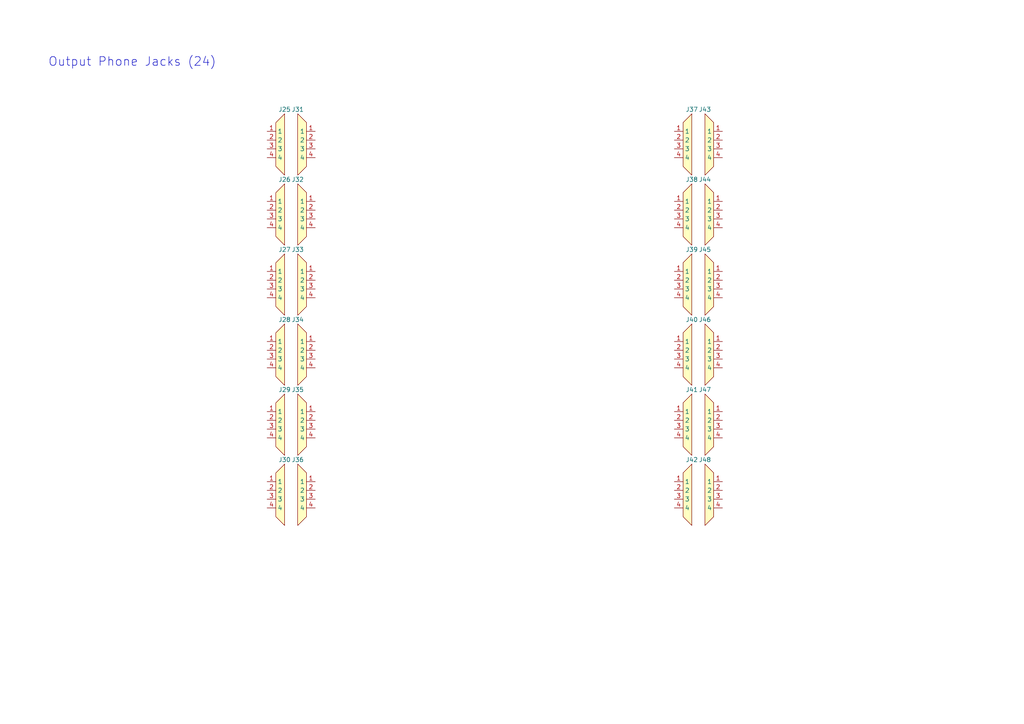
<source format=kicad_sch>
(kicad_sch (version 20250114) (generator "eeschema") (generator_version "9.0")
  (paper "A4")
  (title_block (title "Telethon PBX Sniffer") (date "2026-02-03") (rev "v0.1") (company "M5") (comment 4 "Tobe Cynar, Ian Butler") (comment 5 "Ian Butler"))
  (lib_symbols
    (symbol "Phones:Jack 6P4C RJ11"
      (property "Reference" "J" (at 2.54 0 0))
      (symbol "Jack 6P4C RJ11_1_1"
        (polyline (pts (xy 0 0) (xy 2.54 -2.54) (xy 2.54 -5.08) (xy 2.54 -7.62) (xy 2.54 -10.16) (xy 2.54 -15.24) (xy 0 -17.78) (xy 0 0)) (fill (type color) (color 255 255 194 1)))
        (pin passive line (at 5.08 -5.08 180) (length 2.54) (name "1") (number "1"))
        (pin passive line (at 5.08 -7.62 180) (length 2.54) (name "2") (number "2"))
        (pin passive line (at 5.08 -10.16 180) (length 2.54) (name "3") (number "3"))
        (pin passive line (at 5.08 -12.7 180) (length 2.54) (name "4") (number "4"))
      )
    )
  )
  (text "Output Phone Jacks (24)" (at 38.354 18.034 0) (effects (font (size 2.54 2.54))))
  (symbol (lib_id "Phones:Jack 6P4C RJ11") (at 82.55 114.3 0) (mirror y) (unit 1)
    (property "Reference" "J29" (at 82.55 113.03 0))
    (property "Footprint" "Phones:Molex 0955016649" (effects (hide yes)))
    (property "DKPN" "WM5574-ND" (effects (hide yes)))
  )
  (symbol (lib_id "Phones:Jack 6P4C RJ11") (at 204.47 73.66 0) (unit 1)
    (property "Reference" "J45" (at 204.47 72.39 0))
    (property "Footprint" "Phones:Molex 0955016649" (effects (hide yes)))
    (property "DKPN" "WM5574-ND" (effects (hide yes)))
  )
  (symbol (lib_id "Phones:Jack 6P4C RJ11") (at 82.55 33.02 0) (mirror y) (unit 1)
    (property "Reference" "J25" (at 82.55 31.75 0))
    (property "Footprint" "Phones:Molex 0955016649" (effects (hide yes)))
    (property "DKPN" "WM5574-ND" (effects (hide yes)))
  )
  (symbol (lib_id "Phones:Jack 6P4C RJ11") (at 82.55 73.66 0) (mirror y) (unit 1)
    (property "Reference" "J27" (at 82.55 72.39 0))
    (property "Footprint" "Phones:Molex 0955016649" (effects (hide yes)))
    (property "DKPN" "WM5574-ND" (effects (hide yes)))
  )
  (symbol (lib_id "Phones:Jack 6P4C RJ11") (at 82.55 53.34 0) (mirror y) (unit 1)
    (property "Reference" "J26" (at 82.55 52.07 0))
    (property "Footprint" "Phones:Molex 0955016649" (effects (hide yes)))
    (property "DKPN" "WM5574-ND" (effects (hide yes)))
  )
  (symbol (lib_id "Phones:Jack 6P4C RJ11") (at 86.36 93.98 0) (unit 1)
    (property "Reference" "J34" (at 86.36 92.71 0))
    (property "Footprint" "Phones:Molex 0955016649" (effects (hide yes)))
    (property "DKPN" "WM5574-ND" (effects (hide yes)))
  )
  (symbol (lib_id "Phones:Jack 6P4C RJ11") (at 204.47 134.62 0) (unit 1)
    (property "Reference" "J48" (at 204.47 133.35 0))
    (property "Footprint" "Phones:Molex 0955016649" (effects (hide yes)))
    (property "DKPN" "WM5574-ND" (effects (hide yes)))
  )
  (symbol (lib_id "Phones:Jack 6P4C RJ11") (at 86.36 73.66 0) (unit 1)
    (property "Reference" "J33" (at 86.36 72.39 0))
    (property "Footprint" "Phones:Molex 0955016649" (effects (hide yes)))
    (property "DKPN" "WM5574-ND" (effects (hide yes)))
  )
  (symbol (lib_id "Phones:Jack 6P4C RJ11") (at 200.66 114.3 0) (mirror y) (unit 1)
    (property "Reference" "J41" (at 200.66 113.03 0))
    (property "Footprint" "Phones:Molex 0955016649" (effects (hide yes)))
    (property "DKPN" "WM5574-ND" (effects (hide yes)))
  )
  (symbol (lib_id "Phones:Jack 6P4C RJ11") (at 86.36 33.02 0) (unit 1)
    (property "Reference" "J31" (at 86.36 31.75 0))
    (property "Footprint" "Phones:Molex 0955016649" (effects (hide yes)))
    (property "DKPN" "WM5574-ND" (effects (hide yes)))
  )
  (symbol (lib_id "Phones:Jack 6P4C RJ11") (at 200.66 93.98 0) (mirror y) (unit 1)
    (property "Reference" "J40" (at 200.66 92.71 0))
    (property "Footprint" "Phones:Molex 0955016649" (effects (hide yes)))
    (property "DKPN" "WM5574-ND" (effects (hide yes)))
  )
  (symbol (lib_id "Phones:Jack 6P4C RJ11") (at 204.47 114.3 0) (unit 1)
    (property "Reference" "J47" (at 204.47 113.03 0))
    (property "Footprint" "Phones:Molex 0955016649" (effects (hide yes)))
    (property "DKPN" "WM5574-ND" (effects (hide yes)))
  )
  (symbol (lib_id "Phones:Jack 6P4C RJ11") (at 204.47 33.02 0) (unit 1)
    (property "Reference" "J43" (at 204.47 31.75 0))
    (property "Footprint" "Phones:Molex 0955016649" (effects (hide yes)))
    (property "DKPN" "WM5574-ND" (effects (hide yes)))
  )
  (symbol (lib_id "Phones:Jack 6P4C RJ11") (at 204.47 53.34 0) (unit 1)
    (property "Reference" "J44" (at 204.47 52.07 0))
    (property "Footprint" "Phones:Molex 0955016649" (effects (hide yes)))
    (property "DKPN" "WM5574-ND" (effects (hide yes)))
  )
  (symbol (lib_id "Phones:Jack 6P4C RJ11") (at 86.36 114.3 0) (unit 1)
    (property "Reference" "J35" (at 86.36 113.03 0))
    (property "Footprint" "Phones:Molex 0955016649" (effects (hide yes)))
    (property "DKPN" "WM5574-ND" (effects (hide yes)))
  )
  (symbol (lib_id "Phones:Jack 6P4C RJ11") (at 200.66 33.02 0) (mirror y) (unit 1)
    (property "Reference" "J37" (at 200.66 31.75 0))
    (property "Footprint" "Phones:Molex 0955016649" (effects (hide yes)))
    (property "DKPN" "WM5574-ND" (effects (hide yes)))
  )
  (symbol (lib_id "Phones:Jack 6P4C RJ11") (at 86.36 134.62 0) (unit 1)
    (property "Reference" "J36" (at 86.36 133.35 0))
    (property "Footprint" "Phones:Molex 0955016649" (effects (hide yes)))
    (property "DKPN" "WM5574-ND" (effects (hide yes)))
  )
  (symbol (lib_id "Phones:Jack 6P4C RJ11") (at 82.55 93.98 0) (mirror y) (unit 1)
    (property "Reference" "J28" (at 82.55 92.71 0))
    (property "Footprint" "Phones:Molex 0955016649" (effects (hide yes)))
    (property "DKPN" "WM5574-ND" (effects (hide yes)))
  )
  (symbol (lib_id "Phones:Jack 6P4C RJ11") (at 200.66 73.66 0) (mirror y) (unit 1)
    (property "Reference" "J39" (at 200.66 72.39 0))
    (property "Footprint" "Phones:Molex 0955016649" (effects (hide yes)))
    (property "DKPN" "WM5574-ND" (effects (hide yes)))
  )
  (symbol (lib_id "Phones:Jack 6P4C RJ11") (at 200.66 134.62 0) (mirror y) (unit 1)
    (property "Reference" "J42" (at 200.66 133.35 0))
    (property "Footprint" "Phones:Molex 0955016649" (effects (hide yes)))
    (property "DKPN" "WM5574-ND" (effects (hide yes)))
  )
  (symbol (lib_id "Phones:Jack 6P4C RJ11") (at 86.36 53.34 0) (unit 1)
    (property "Reference" "J32" (at 86.36 52.07 0))
    (property "Footprint" "Phones:Molex 0955016649" (effects (hide yes)))
    (property "DKPN" "WM5574-ND" (effects (hide yes)))
  )
  (symbol (lib_id "Phones:Jack 6P4C RJ11") (at 82.55 134.62 0) (mirror y) (unit 1)
    (property "Reference" "J30" (at 82.55 133.35 0))
    (property "Footprint" "Phones:Molex 0955016649" (effects (hide yes)))
    (property "DKPN" "WM5574-ND" (effects (hide yes)))
  )
  (symbol (lib_id "Phones:Jack 6P4C RJ11") (at 200.66 53.34 0) (mirror y) (unit 1)
    (property "Reference" "J38" (at 200.66 52.07 0))
    (property "Footprint" "Phones:Molex 0955016649" (effects (hide yes)))
    (property "DKPN" "WM5574-ND" (effects (hide yes)))
  )
  (symbol (lib_id "Phones:Jack 6P4C RJ11") (at 204.47 93.98 0) (unit 1)
    (property "Reference" "J46" (at 204.47 92.71 0))
    (property "Footprint" "Phones:Molex 0955016649" (effects (hide yes)))
    (property "DKPN" "WM5574-ND" (effects (hide yes)))
  )
)
</source>
